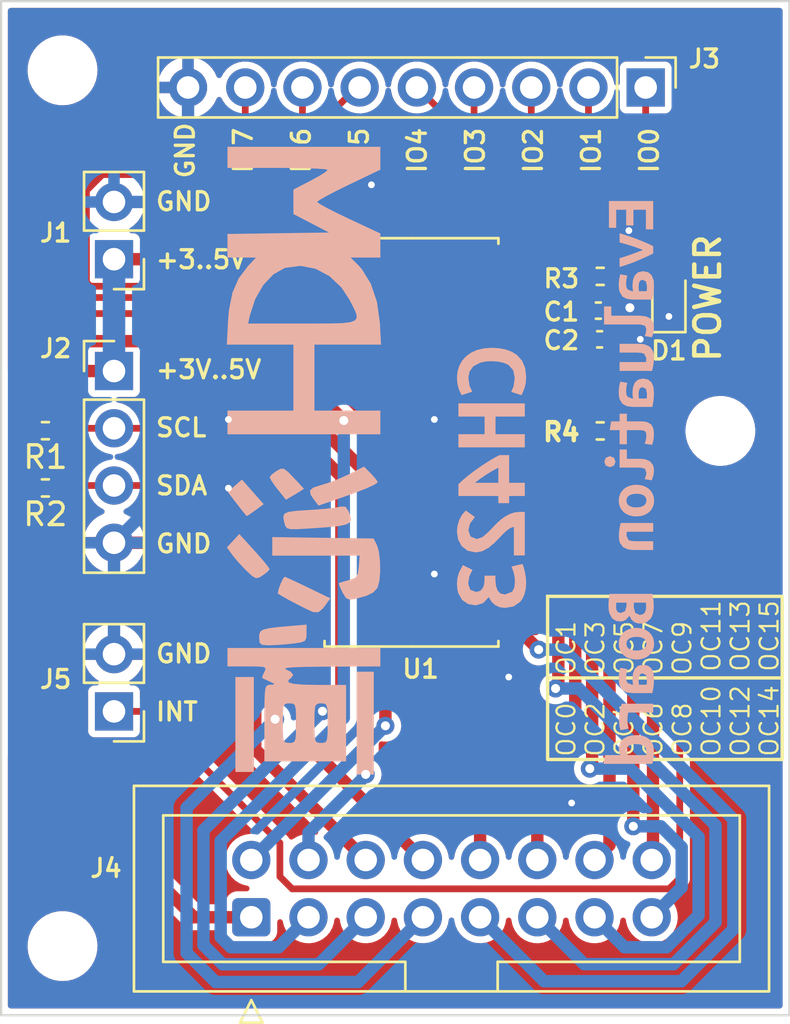
<source format=kicad_pcb>
(kicad_pcb (version 20211014) (generator pcbnew)
  (layers (0 "F.Cu" signal) (31 "B.Cu" signal) (34 "B.Paste" user) (35 "F.Paste" user) (36 "B.SilkS" user "B.Silkscreen") (37 "F.SilkS" user "F.Silkscreen") (38 "B.Mask" user) (39 "F.Mask" user) (44 "Edge.Cuts" user))
  (net 0 "")
  (net 1 "SCL")
  (net 2 "+3V3")
  (net 3 "SDA")
  (net 4 "Net-(D1-Pad2)")
  (net 5 "OC0")
  (net 6 "OC1")
  (net 7 "OC2")
  (net 8 "OC3")
  (net 9 "OC4")
  (net 10 "GNDD")
  (net 11 "OC5")
  (net 12 "OC6")
  (net 13 "OC7")
  (net 14 "OC8")
  (net 15 "OC9")
  (net 16 "OC10")
  (net 17 "OC11")
  (net 18 "OC12")
  (net 19 "OC13")
  (net 20 "OC14")
  (net 21 "OC15")
  (net 22 "Net-(J3-Pad1)")
  (net 23 "Net-(J3-Pad2)")
  (net 24 "Net-(J3-Pad3)")
  (net 25 "Net-(J3-Pad4)")
  (net 26 "Net-(J3-Pad5)")
  (net 27 "Net-(J3-Pad6)")
  (net 28 "Net-(J3-Pad7)")
  (net 29 "Net-(J3-Pad8)")
  (net 30 "Net-(J5-Pad1)")
  (footprint "Resistor_SMD:R_0402_1005Metric" (layer "F.Cu") (at 117.6 61.214 180)
    (fp_text reference "R3" (at 1.7252 -0.1016) (layer "F.SilkS") (effects (font (size 0.8 0.8))))
    (fp_text value "500")
    (pad "1" smd roundrect locked (at -0.51 0 180) (size 0.54 0.64) (layers "F.Cu" "F.Paste" "F.Mask") (net 4 "Net-(D1-Pad2)"))
    (pad "2" smd roundrect locked (at 0.51 0 180) (size 0.54 0.64) (layers "F.Cu" "F.Paste" "F.Mask") (net 2 "+3V3"))
  )
  (footprint "Connector_PinHeader_2.54mm:PinHeader_1x04_P2.54mm_Vertical" (layer "F.Cu") (at 96.012 65.415)
    (fp_text reference "J2" (at -2.5908 -1.0006) (layer "F.SilkS") (effects (font (size 0.8 0.8))))
    (fp_text value "Conn_01x04" hide)
    (pad "1" thru_hole rect locked (at 0 0) (size 1.7 1.7) (drill 1) (layers *.Cu *.Mask) (net 2 "+3V3"))
    (pad "2" thru_hole oval locked (at 0 2.54) (size 1.7 1.7) (drill 1) (layers *.Cu *.Mask) (net 1 "SCL"))
    (pad "3" thru_hole oval locked (at 0 5.08) (size 1.7 1.7) (drill 1) (layers *.Cu *.Mask) (net 3 "SDA"))
    (pad "4" thru_hole oval locked (at 0 7.62) (size 1.7 1.7) (drill 1) (layers *.Cu *.Mask) (net 10 "GNDD"))
  )
  (footprint "MountingHole:MountingHole_2.5mm" (layer "F.Cu") (at 93.726 90.932)
    (fp_text reference "H1" hide)
    (fp_text value "MountingHole" hide)
    (pad "" np_thru_hole circle locked (at 0 0) (size 2.5 2.5) (drill 2.5) (layers *.Cu *.Mask))
  )
  (footprint "MountingHole:MountingHole_2.5mm" (layer "F.Cu") (at 93.726 52.07)
    (fp_text reference "H2" hide)
    (fp_text value "MountingHole" hide)
    (pad "" np_thru_hole circle locked (at 0 0) (size 2.5 2.5) (drill 2.5) (layers *.Cu *.Mask))
  )
  (footprint "Capacitor_SMD:C_0402_1005Metric" (layer "F.Cu") (at 117.574 64.008)
    (fp_text reference "C2" (at -1.6992 0.0508) (layer "F.SilkS") (effects (font (size 0.8 0.8))))
    (fp_text value "1n")
    (pad "1" smd roundrect locked (at -0.48 0) (size 0.56 0.62) (layers "F.Cu" "F.Paste" "F.Mask") (net 2 "+3V3"))
    (pad "2" smd roundrect locked (at 0.48 0) (size 0.56 0.62) (layers "F.Cu" "F.Paste" "F.Mask") (net 10 "GNDD"))
  )
  (footprint "Connector_PinHeader_2.54mm:PinHeader_1x02_P2.54mm_Vertical" (layer "F.Cu") (at 96.012 80.518 180)
    (fp_text reference "J5" (at 2.5908 1.4224) (layer "F.SilkS") (effects (font (size 0.8 0.8))))
    (fp_text value "Conn_01x02" hide)
    (pad "1" thru_hole rect locked (at 0 0 180) (size 1.7 1.7) (drill 1) (layers *.Cu *.Mask) (net 30 "Net-(J5-Pad1)"))
    (pad "2" thru_hole oval locked (at 0 2.54 180) (size 1.7 1.7) (drill 1) (layers *.Cu *.Mask) (net 10 "GNDD"))
  )
  (footprint "Connector_PinHeader_2.54mm:PinHeader_1x02_P2.54mm_Vertical" (layer "F.Cu") (at 96.012 60.452 180)
    (fp_text reference "J1" (at 2.5908 1.1684) (layer "F.SilkS") (effects (font (size 0.8 0.8))))
    (fp_text value "Conn_01x02" hide)
    (pad "1" thru_hole rect locked (at 0 0 180) (size 1.7 1.7) (drill 1) (layers *.Cu *.Mask) (net 2 "+3V3"))
    (pad "2" thru_hole oval locked (at 0 2.54 180) (size 1.7 1.7) (drill 1) (layers *.Cu *.Mask) (net 10 "GNDD"))
  )
  (footprint "LED_SMD:LED_0603_1608Metric" (layer "F.Cu") (at 120.65 62.2045 90)
    (fp_text reference "D1" (at -2.3115 0 180) (layer "F.SilkS") (effects (font (size 0.8 0.8))))
    (fp_text value "POWER" (at 0.0253 1.7272 90) (layer "F.SilkS") (effects (font (size 1.1 1.1) (thickness 0.2))))
    (pad "1" smd roundrect locked (at -0.7875 0 90) (size 0.875 0.95) (layers "F.Cu" "F.Paste" "F.Mask") (net 10 "GNDD"))
    (pad "2" smd roundrect locked (at 0.7875 0 90) (size 0.875 0.95) (layers "F.Cu" "F.Paste" "F.Mask") (net 4 "Net-(D1-Pad2)"))
  )
  (footprint "Connector_IDC:IDC-Header_2x08_P2.54mm_Vertical" (layer "F.Cu") (at 102.108 89.6525 90)
    (fp_text reference "J4" (at 2.1749 -6.4516 180) (layer "F.SilkS") (effects (font (size 0.8 0.8))))
    (fp_text value "Conn_02x08_Odd_Even" hide)
    (pad "1" thru_hole roundrect locked (at 0 0 90) (size 1.7 1.7) (drill 1) (layers *.Cu *.Mask) (roundrect_rratio 0.1470588235) (net 5 "OC0"))
    (pad "2" thru_hole circle locked (at 2.54 0 90) (size 1.7 1.7) (drill 1) (layers *.Cu *.Mask) (net 6 "OC1"))
    (pad "3" thru_hole circle locked (at 0 2.54 90) (size 1.7 1.7) (drill 1) (layers *.Cu *.Mask) (net 7 "OC2"))
    (pad "4" thru_hole circle locked (at 2.54 2.54 90) (size 1.7 1.7) (drill 1) (layers *.Cu *.Mask) (net 8 "OC3"))
    (pad "5" thru_hole circle locked (at 0 5.08 90) (size 1.7 1.7) (drill 1) (layers *.Cu *.Mask) (net 9 "OC4"))
    (pad "6" thru_hole circle locked (at 2.54 5.08 90) (size 1.7 1.7) (drill 1) (layers *.Cu *.Mask) (net 11 "OC5"))
    (pad "7" thru_hole circle locked (at 0 7.62 90) (size 1.7 1.7) (drill 1) (layers *.Cu *.Mask) (net 12 "OC6"))
    (pad "8" thru_hole circle locked (at 2.54 7.62 90) (size 1.7 1.7) (drill 1) (layers *.Cu *.Mask) (net 13 "OC7"))
    (pad "9" thru_hole circle locked (at 0 10.16 90) (size 1.7 1.7) (drill 1) (layers *.Cu *.Mask) (net 14 "OC8"))
    (pad "10" thru_hole circle locked (at 2.54 10.16 90) (size 1.7 1.7) (drill 1) (layers *.Cu *.Mask) (net 15 "OC9"))
    (pad "11" thru_hole circle locked (at 0 12.7 90) (size 1.7 1.7) (drill 1) (layers *.Cu *.Mask) (net 16 "OC10"))
    (pad "12" thru_hole circle locked (at 2.54 12.7 90) (size 1.7 1.7) (drill 1) (layers *.Cu *.Mask) (net 17 "OC11"))
    (pad "13" thru_hole circle locked (at 0 15.24 90) (size 1.7 1.7) (drill 1) (layers *.Cu *.Mask) (net 18 "OC12"))
    (pad "14" thru_hole circle locked (at 2.54 15.24 90) (size 1.7 1.7) (drill 1) (layers *.Cu *.Mask) (net 19 "OC13"))
    (pad "15" thru_hole circle locked (at 0 17.78 90) (size 1.7 1.7) (drill 1) (layers *.Cu *.Mask) (net 20 "OC14"))
    (pad "16" thru_hole circle locked (at 2.54 17.78 90) (size 1.7 1.7) (drill 1) (layers *.Cu *.Mask) (net 21 "OC15"))
  )
  (footprint "MountingHole:MountingHole_2.5mm" (layer "F.Cu") (at 122.936 68.072)
    (fp_text reference "H3" hide)
    (fp_text value "MountingHole" hide)
    (pad "" np_thru_hole circle locked (at 0 0) (size 2.5 2.5) (drill 2.5) (layers *.Cu *.Mask))
  )
  (footprint "Resistor_SMD:R_0402_1005Metric" (layer "F.Cu") (at 92.966 68.062 180)
    (fp_text reference "R1" (at 0 -1.17) (layer "F.SilkS"))
    (fp_text value "4k7")
    (pad "1" smd roundrect locked (at -0.51 0 180) (size 0.54 0.64) (layers "F.Cu" "F.Paste" "F.Mask") (net 1 "SCL"))
    (pad "2" smd roundrect locked (at 0.51 0 180) (size 0.54 0.64) (layers "F.Cu" "F.Paste" "F.Mask") (net 2 "+3V3"))
  )
  (footprint "Connector_PinHeader_2.54mm:PinHeader_1x09_P2.54mm_Vertical" (layer "F.Cu") (at 119.619 52.832 -90)
    (fp_text reference "J3" (at -1.27 -2.6058) (layer "F.SilkS") (effects (font (size 0.8 0.8))))
    (fp_text value "Conn_01x09_Male" hide)
    (pad "1" thru_hole rect locked (at 0 0 270) (size 1.7 1.7) (drill 1) (layers *.Cu *.Mask) (net 22 "Net-(J3-Pad1)"))
    (pad "2" thru_hole oval locked (at 0 2.54 270) (size 1.7 1.7) (drill 1) (layers *.Cu *.Mask) (net 23 "Net-(J3-Pad2)"))
    (pad "3" thru_hole oval locked (at 0 5.08 270) (size 1.7 1.7) (drill 1) (layers *.Cu *.Mask) (net 24 "Net-(J3-Pad3)"))
    (pad "4" thru_hole oval locked (at 0 7.62 270) (size 1.7 1.7) (drill 1) (layers *.Cu *.Mask) (net 25 "Net-(J3-Pad4)"))
    (pad "5" thru_hole oval locked (at 0 10.16 270) (size 1.7 1.7) (drill 1) (layers *.Cu *.Mask) (net 26 "Net-(J3-Pad5)"))
    (pad "6" thru_hole oval locked (at 0 12.7 270) (size 1.7 1.7) (drill 1) (layers *.Cu *.Mask) (net 27 "Net-(J3-Pad6)"))
    (pad "7" thru_hole oval locked (at 0 15.24 270) (size 1.7 1.7) (drill 1) (layers *.Cu *.Mask) (net 28 "Net-(J3-Pad7)"))
    (pad "8" thru_hole oval locked (at 0 17.78 270) (size 1.7 1.7) (drill 1) (layers *.Cu *.Mask) (net 29 "Net-(J3-Pad8)"))
    (pad "9" thru_hole oval locked (at 0 20.32 270) (size 1.7 1.7) (drill 1) (layers *.Cu *.Mask) (net 10 "GNDD"))
  )
  (footprint "Resistor_SMD:R_0402_1005Metric" (layer "F.Cu") (at 92.964 70.602 180)
    (fp_text reference "R2" (at 0 -1.17) (layer "F.SilkS"))
    (fp_text value "4k7")
    (pad "1" smd roundrect locked (at -0.51 0 180) (size 0.54 0.64) (layers "F.Cu" "F.Paste" "F.Mask") (net 3 "SDA"))
    (pad "2" smd roundrect locked (at 0.51 0 180) (size 0.54 0.64) (layers "F.Cu" "F.Paste" "F.Mask") (net 2 "+3V3"))
  )
  (footprint "Package_SO:SOIC-28W_7.5x17.9mm_P1.27mm" (layer "F.Cu") (at 109.22 68.58)
    (fp_text reference "U1" (at 0.4064 10.0584) (layer "F.SilkS") (effects (font (size 0.8 0.8))))
    (fp_text value "CH423")
    (pad "1" smd roundrect locked (at -4.65 -8.255) (size 2.05 0.6) (layers "F.Cu" "F.Paste" "F.Mask") (net 27 "Net-(J3-Pad6)"))
    (pad "2" smd roundrect locked (at -4.65 -6.985) (size 2.05 0.6) (layers "F.Cu" "F.Paste" "F.Mask") (net 28 "Net-(J3-Pad7)"))
    (pad "3" smd roundrect locked (at -4.65 -5.715) (size 2.05 0.6) (layers "F.Cu" "F.Paste" "F.Mask") (net 29 "Net-(J3-Pad8)"))
    (pad "4" smd roundrect locked (at -4.65 -4.445) (size 2.05 0.6) (layers "F.Cu" "F.Paste" "F.Mask") (net 5 "OC0"))
    (pad "5" smd roundrect locked (at -4.65 -3.175) (size 2.05 0.6) (layers "F.Cu" "F.Paste" "F.Mask") (net 6 "OC1"))
    (pad "6" smd roundrect locked (at -4.65 -1.905) (size 2.05 0.6) (layers "F.Cu" "F.Paste" "F.Mask") (net 7 "OC2"))
    (pad "7" smd roundrect locked (at -4.65 -0.635) (size 2.05 0.6) (layers "F.Cu" "F.Paste" "F.Mask") (net 8 "OC3"))
    (pad "8" smd roundrect locked (at -4.65 0.635) (size 2.05 0.6) (layers "F.Cu" "F.Paste" "F.Mask") (net 9 "OC4"))
    (pad "9" smd roundrect locked (at -4.65 1.905) (size 2.05 0.6) (layers "F.Cu" "F.Paste" "F.Mask") (net 1 "SCL"))
    (pad "10" smd roundrect locked (at -4.65 3.175) (size 2.05 0.6) (layers "F.Cu" "F.Paste" "F.Mask") (net 3 "SDA"))
    (pad "11" smd roundrect locked (at -4.65 4.445) (size 2.05 0.6) (layers "F.Cu" "F.Paste" "F.Mask") (net 10 "GNDD"))
    (pad "12" smd roundrect locked (at -4.65 5.715) (size 2.05 0.6) (layers "F.Cu" "F.Paste" "F.Mask") (net 11 "OC5"))
    (pad "13" smd roundrect locked (at -4.65 6.985) (size 2.05 0.6) (layers "F.Cu" "F.Paste" "F.Mask") (net 12 "OC6"))
    (pad "14" smd roundrect locked (at -4.65 8.255) (size 2.05 0.6) (layers "F.Cu" "F.Paste" "F.Mask") (net 13 "OC7"))
    (pad "15" smd roundrect locked (at 4.65 8.255) (size 2.05 0.6) (layers "F.Cu" "F.Paste" "F.Mask") (net 14 "OC8"))
    (pad "16" smd roundrect locked (at 4.65 6.985) (size 2.05 0.6) (layers "F.Cu" "F.Paste" "F.Mask") (net 15 "OC9"))
    (pad "17" smd roundrect locked (at 4.65 5.715) (size 2.05 0.6) (layers "F.Cu" "F.Paste" "F.Mask") (net 16 "OC10"))
    (pad "18" smd roundrect locked (at 4.65 4.445) (size 2.05 0.6) (layers "F.Cu" "F.Paste" "F.Mask") (net 17 "OC11"))
    (pad "19" smd roundrect locked (at 4.65 3.175) (size 2.05 0.6) (layers "F.Cu" "F.Paste" "F.Mask") (net 18 "OC12"))
    (pad "20" smd roundrect locked (at 4.65 1.905) (size 2.05 0.6) (layers "F.Cu" "F.Paste" "F.Mask") (net 19 "OC13"))
    (pad "21" smd roundrect locked (at 4.65 0.635) (size 2.05 0.6) (layers "F.Cu" "F.Paste" "F.Mask") (net 20 "OC14"))
    (pad "22" smd roundrect locked (at 4.65 -0.635) (size 2.05 0.6) (layers "F.Cu" "F.Paste" "F.Mask") (net 21 "OC15"))
    (pad "23" smd roundrect locked (at 4.65 -1.905) (size 2.05 0.6) (layers "F.Cu" "F.Paste" "F.Mask") (net 22 "Net-(J3-Pad1)"))
    (pad "24" smd roundrect locked (at 4.65 -3.175) (size 2.05 0.6) (layers "F.Cu" "F.Paste" "F.Mask") (net 23 "Net-(J3-Pad2)"))
    (pad "25" smd roundrect locked (at 4.65 -4.445) (size 2.05 0.6) (layers "F.Cu" "F.Paste" "F.Mask") (net 2 "+3V3"))
    (pad "26" smd roundrect locked (at 4.65 -5.715) (size 2.05 0.6) (layers "F.Cu" "F.Paste" "F.Mask") (net 24 "Net-(J3-Pad3)"))
    (pad "27" smd roundrect locked (at 4.65 -6.985) (size 2.05 0.6) (layers "F.Cu" "F.Paste" "F.Mask") (net 25 "Net-(J3-Pad4)"))
    (pad "28" smd roundrect locked (at 4.65 -8.255) (size 2.05 0.6) (layers "F.Cu" "F.Paste" "F.Mask") (net 26 "Net-(J3-Pad5)"))
  )
  (footprint "Resistor_SMD:R_0402_1005Metric" (layer "F.Cu") (at 117.6 68.072)
    (fp_text reference "R4" (at -1.7252 0.0508) (layer "F.SilkS") (effects (font (size 0.8 0.8) (thickness 0.2))))
    (fp_text value "500")
    (pad "1" smd roundrect locked (at -0.51 0) (size 0.54 0.64) (layers "F.Cu" "F.Paste" "F.Mask") (net 21 "OC15"))
    (pad "2" smd roundrect locked (at 0.51 0) (size 0.54 0.64) (layers "F.Cu" "F.Paste" "F.Mask") (net 30 "Net-(J5-Pad1)"))
  )
  (footprint "Capacitor_SMD:C_0402_1005Metric" (layer "F.Cu") (at 117.518 62.734)
    (fp_text reference "C1" (at -1.6432 0.0548) (layer "F.SilkS") (effects (font (size 0.8 0.8))))
    (fp_text value "100n")
    (pad "1" smd roundrect locked (at -0.48 0) (size 0.56 0.62) (layers "F.Cu" "F.Paste" "F.Mask") (net 2 "+3V3"))
    (pad "2" smd roundrect locked (at 0.48 0) (size 0.56 0.62) (layers "F.Cu" "F.Paste" "F.Mask") (net 10 "GNDD"))
  )
  (footprint "kibuzzard-61E6D3CC" (layer "B.Cu") (at 112.776 70.1548 -90)
    (fp_text reference "kibuzzard-61E6D3CC" hide)
    (fp_text value "G***" hide)
  )
  (footprint "CH423_ev:logo_WCH_28x7" (layer "B.Cu") (at 104.4448 69.3928 -90)
    (fp_text reference "G***" hide)
    (fp_text value "LOGO" hide)
  )
  (footprint "kibuzzard-61E6D455" (layer "B.Cu") (at 118.872 70.358 -90)
    (fp_text reference "kibuzzard-61E6D455" hide)
    (fp_text value "G***" hide)
  )
  (gr_line (start 125.6792 79.0321) (end 115.2652 79.0321) (layer "F.SilkS") (width 0.15))
  (gr_rect (start 125.6792 75.4126) (end 115.2652 82.6516) (layer "F.SilkS") (width 0.15) (fill none))
  (gr_rect (start 91 49) (end 126 94) (layer "Edge.Cuts") (width 0.1) (fill none))
  (gr_text "OC0  OC1\nOC2	 OC3\nOC4	 OC5\nOC6	 OC7\nOC8	 OC9\nOC10 OC11\nOC12 OC13\nOC14 OC15" (at 120.5992 82.5881 90) (layer "F.SilkS") (effects (font (size 0.8 0.8) (thickness 0.1)) (justify left)))
  (gr_text "GND\n\nINT" (at 97.79 79.248) (layer "F.SilkS") (effects (font (size 0.8 0.8)) (justify left)))
  (gr_text "GND\n\n+3..5V" (at 97.79 59.182) (layer "F.SilkS") (effects (font (size 0.8 0.8)) (justify left)))
  (gr_text "+3V..5V\n\nSCL\n\nSDA\n\nGND" (at 97.79 69.215) (layer "F.SilkS") (effects (font (size 0.8 0.8)) (justify left)))
  (gr_text "GND\n\nIO7\n\nIO6\n\nIO5\n\nIO4\n\nIO3\n\nIO2\n\nIO1\n\nIO0\n" (at 109.474 55.626 90) (layer "F.SilkS") (effects (font (size 0.8 0.8))))
  (segment (start 93.476 68.062) (end 94.7047 68.062) (width 0.3) (layer "F.Cu") (net 1))
  (segment (start 99.705 67.955) (end 96.012 67.955) (width 0.3) (layer "F.Cu") (net 1))
  (segment (start 96.012 67.955) (end 94.8117 67.955) (width 0.3) (layer "F.Cu") (net 1))
  (segment (start 102.235 70.485) (end 99.705 67.955) (width 0.3) (layer "F.Cu") (net 1))
  (segment (start 104.57 70.485) (end 102.235 70.485) (width 0.3) (layer "F.Cu") (net 1))
  (segment (start 94.7047 68.062) (end 94.8117 67.955) (width 0.3) (layer "F.Cu") (net 1))
  (segment (start 117.038 62.734) (end 117.038 63.952) (width 0.55) (layer "F.Cu") (net 2))
  (segment (start 117.038 61.266) (end 117.038 62.734) (width 0.55) (layer "F.Cu") (net 2))
  (segment (start 117.09 61.214) (end 117.038 61.266) (width 0.55) (layer "F.Cu") (net 2))
  (segment (start 106.2145 59.541) (end 98.2483 59.541) (width 0.55) (layer "F.Cu") (net 2))
  (segment (start 116.855 64.135) (end 113.87 64.135) (width 0.55) (layer "F.Cu") (net 2))
  (segment (start 113.87 64.135) (end 110.8085 64.135) (width 0.55) (layer "F.Cu") (net 2))
  (segment (start 92.454 68.064) (end 92.456 68.062) (width 0.55) (layer "F.Cu") (net 2))
  (segment (start 92.456 66.548) (end 92.456 68.062) (width 0.55) (layer "F.Cu") (net 2))
  (segment (start 117.038 63.952) (end 117.094 64.008) (width 0.55) (layer "F.Cu") (net 2))
  (segment (start 92.454 70.602) (end 92.454 68.064) (width 0.55) (layer "F.Cu") (net 2))
  (segment (start 96.012 60.452) (end 97.3373 60.452) (width 0.55) (layer "F.Cu") (net 2))
  (segment (start 110.8085 64.135) (end 106.2145 59.541) (width 0.55) (layer "F.Cu") (net 2))
  (segment (start 96.012 65.415) (end 93.589 65.415) (width 0.55) (layer "F.Cu") (net 2))
  (segment (start 93.589 65.415) (end 92.456 66.548) (width 0.55) (layer "F.Cu") (net 2))
  (segment (start 117.038 63.952) (end 116.855 64.135) (width 0.55) (layer "F.Cu") (net 2))
  (segment (start 98.2483 59.541) (end 97.3373 60.452) (width 0.55) (layer "F.Cu") (net 2))
  (segment (start 96.012 65.415) (end 96.012 60.452) (width 1) (layer "B.Cu") (net 2))
  (segment (start 104.57 71.755) (end 98.4723 71.755) (width 0.3) (layer "F.Cu") (net 3))
  (segment (start 93.474 70.602) (end 94.7047 70.602) (width 0.3) (layer "F.Cu") (net 3))
  (segment (start 94.7047 70.602) (end 94.8117 70.495) (width 0.3) (layer "F.Cu") (net 3))
  (segment (start 96.012 70.495) (end 94.8117 70.495) (width 0.3) (layer "F.Cu") (net 3))
  (segment (start 98.4723 71.755) (end 97.2123 70.495) (width 0.3) (layer "F.Cu") (net 3))
  (segment (start 96.012 70.495) (end 97.2123 70.495) (width 0.3) (layer "F.Cu") (net 3))
  (segment (start 118.313 61.417) (end 118.11 61.214) (width 0.3) (layer "F.Cu") (net 4))
  (segment (start 120.65 61.417) (end 118.313 61.417) (width 0.3) (layer "F.Cu") (net 4))
  (segment (start 104.57 64.135) (end 104.5246 64.0896) (width 0.55) (layer "F.Cu") (net 5))
  (segment (start 99.5585 89.6525) (end 102.108 89.6525) (width 0.55) (layer "F.Cu") (net 5))
  (segment (start 91.6837 81.7777) (end 99.5585 89.6525) (width 0.55) (layer "F.Cu") (net 5))
  (segment (start 93.6444 64.0896) (end 91.6837 66.0503) (width 0.55) (layer "F.Cu") (net 5))
  (segment (start 104.5246 64.0896) (end 93.6444 64.0896) (width 0.55) (layer "F.Cu") (net 5))
  (segment (start 91.6837 66.0503) (end 91.6837 81.7777) (width 0.55) (layer "F.Cu") (net 5))
  (segment (start 108.0628 81.1577) (end 108.0628 68.1959) (width 0.55) (layer "F.Cu") (net 6))
  (segment (start 108.0628 68.1959) (end 105.2719 65.405) (width 0.55) (layer "F.Cu") (net 6))
  (segment (start 105.2719 65.405) (end 104.57 65.405) (width 0.55) (layer "F.Cu") (net 6))
  (via (at 108.0628 81.1577) (size 0.8) (drill 0.4) (layers "F.Cu" "B.Cu") (net 6))
  (segment (start 102.108 87.1125) (end 108.0628 81.1577) (width 0.55) (layer "B.Cu") (net 6))
  (segment (start 105.28 66.675) (end 106.2153 67.6103) (width 0.55) (layer "F.Cu") (net 7))
  (segment (start 104.57 66.675) (end 105.28 66.675) (width 0.55) (layer "F.Cu") (net 7))
  (via (at 106.2153 67.6103) (size 0.8) (drill 0.4) (layers "F.Cu" "B.Cu") (net 7))
  (segment (start 106.2153 80.8012) (end 106.2153 67.6103) (width 0.55) (layer "B.Cu") (net 7))
  (segment (start 100.7498 86.2667) (end 106.2153 80.8012) (width 0.55) (layer "B.Cu") (net 7))
  (segment (start 101.1997 90.9844) (end 100.7498 90.5345) (width 0.55) (layer "B.Cu") (net 7))
  (segment (start 104.648 89.6525) (end 103.3161 90.9844) (width 0.55) (layer "B.Cu") (net 7))
  (segment (start 103.3161 90.9844) (end 101.1997 90.9844) (width 0.55) (layer "B.Cu") (net 7))
  (segment (start 100.7498 90.5345) (end 100.7498 86.2667) (width 0.55) (layer "B.Cu") (net 7))
  (segment (start 105.2106 67.945) (end 104.57 67.945) (width 0.55) (layer "F.Cu") (net 8))
  (segment (start 107.1875 69.9219) (end 105.2106 67.945) (width 0.55) (layer "F.Cu") (net 8))
  (segment (start 107.1875 83.314) (end 107.1875 69.9219) (width 0.55) (layer "F.Cu") (net 8))
  (via (at 107.1875 83.314) (size 0.8) (drill 0.4) (layers "F.Cu" "B.Cu") (net 8))
  (segment (start 104.648 87.1125) (end 104.648 85.9028) (width 0.55) (layer "B.Cu") (net 8))
  (segment (start 107.1875 83.3633) (end 107.1875 83.314) (width 0.55) (layer "B.Cu") (net 8))
  (segment (start 104.648 85.9028) (end 107.1875 83.3633) (width 0.55) (layer "B.Cu") (net 8))
  (segment (start 106.1074 79.6712) (end 105.2682 80.5104) (width 0.55) (layer "F.Cu") (net 9))
  (segment (start 106.1074 70.1022) (end 106.1074 79.6712) (width 0.55) (layer "F.Cu") (net 9))
  (segment (start 104.57 69.215) (end 105.2202 69.215) (width 0.55) (layer "F.Cu") (net 9))
  (segment (start 105.2202 69.215) (end 106.1074 70.1022) (width 0.55) (layer "F.Cu") (net 9))
  (via (at 105.2682 80.5104) (size 0.8) (drill 0.4) (layers "F.Cu" "B.Cu") (net 9))
  (segment (start 99.9842 85.7944) (end 105.2682 80.5104) (width 0.55) (layer "B.Cu") (net 9))
  (segment (start 100.8353 91.7409) (end 99.9842 90.8898) (width 0.55) (layer "B.Cu") (net 9))
  (segment (start 107.188 89.6525) (end 105.0996 91.7409) (width 0.55) (layer "B.Cu") (net 9))
  (segment (start 105.0996 91.7409) (end 100.8353 91.7409) (width 0.55) (layer "B.Cu") (net 9))
  (segment (start 99.9842 90.8898) (end 99.9842 85.7944) (width 0.55) (layer "B.Cu") (net 9))
  (segment (start 118.054 62.79) (end 118.9177 62.79) (width 0.55) (layer "F.Cu") (net 10))
  (segment (start 120.448 62.79) (end 120.65 62.992) (width 0.55) (layer "F.Cu") (net 10))
  (segment (start 97.3473 73.025) (end 97.3373 73.035) (width 0.55) (layer "F.Cu") (net 10))
  (segment (start 104.57 73.025) (end 97.3473 73.025) (width 0.55) (layer "F.Cu") (net 10))
  (segment (start 96.012 73.035) (end 97.3373 73.035) (width 0.55) (layer "F.Cu") (net 10))
  (segment (start 118.9177 62.79) (end 120.448 62.79) (width 0.55) (layer "F.Cu") (net 10))
  (segment (start 118.9177 62.79) (end 118.9177 62.6046) (width 0.55) (layer "F.Cu") (net 10))
  (segment (start 117.998 62.734) (end 118.054 62.79) (width 0.55) (layer "F.Cu") (net 10))
  (segment (start 118.054 62.79) (end 118.054 64.008) (width 0.55) (layer "F.Cu") (net 10))
  (via (at 116.332 84.582) (size 0.6) (drill 0.3) (layers "F.Cu" "B.Cu") (net 10))
  (via (at 110.236 67.564) (size 0.6) (drill 0.3) (layers "F.Cu" "B.Cu") (net 10))
  (via (at 120.65 62.992) (size 0.6) (drill 0.3) (layers "F.Cu" "B.Cu") (net 10))
  (via (at 101.092 70.612) (size 0.6) (drill 0.3) (layers "F.Cu" "B.Cu") (net 10))
  (via (at 118.9177 62.6046) (size 0.8) (drill 0.4) (layers "F.Cu" "B.Cu") (net 10))
  (via (at 118.872 59.182) (size 0.6) (drill 0.3) (layers "F.Cu" "B.Cu") (net 10))
  (via (at 110.236 74.422) (size 0.6) (drill 0.3) (layers "F.Cu" "B.Cu") (net 10))
  (via (at 119.38 64.008) (size 0.6) (drill 0.3) (layers "F.Cu" "B.Cu") (net 10))
  (via (at 101.092 67.564) (size 0.6) (drill 0.3) (layers "F.Cu" "B.Cu") (net 10))
  (via (at 107.442 57.15) (size 0.6) (drill 0.3) (layers "F.Cu" "B.Cu") (net 10))
  (via (at 113.538 78.994) (size 0.6) (drill 0.3) (layers "F.Cu" "B.Cu") (net 10))
  (segment (start 96.012 73.035) (end 96.012 77.978) (width 0.55) (layer "B.Cu") (net 10))
  (segment (start 118.9177 62.6046) (end 99.314 62.6046) (width 0.55) (layer "B.Cu") (net 10))
  (segment (start 99.299 69.748) (end 96.012 73.035) (width 0.55) (layer "B.Cu") (net 10))
  (segment (start 98.9121 57.912) (end 96.012 57.912) (width 0.55) (layer "B.Cu") (net 10))
  (segment (start 99.299 52.832) (end 99.299 69.748) (width 0.55) (layer "B.Cu") (net 10))
  (segment (start 104.57 74.295) (end 103.9133 74.295) (width 0.55) (layer "F.Cu") (net 11))
  (segment (start 103.9133 74.295) (end 102.2839 75.9244) (width 0.55) (layer "F.Cu") (net 11))
  (segment (start 102.2839 75.9244) (end 102.2839 82.2084) (width 0.55) (layer "F.Cu") (net 11))
  (segment (start 102.2839 82.2084) (end 107.188 87.1125) (width 0.55) (layer "F.Cu") (net 11))
  (segment (start 103.0691 76.411) (end 103.0691 80.7696) (width 0.55) (layer "F.Cu") (net 12))
  (segment (start 103.0691 80.7696) (end 103.1645 80.865) (width 0.55) (layer "F.Cu") (net 12))
  (segment (start 104.57 75.565) (end 103.9151 75.565) (width 0.55) (layer "F.Cu") (net 12))
  (segment (start 103.9151 75.565) (end 103.0691 76.411) (width 0.55) (layer "F.Cu") (net 12))
  (via (at 103.1645 80.865) (size 0.8) (drill 0.4) (layers "F.Cu" "B.Cu") (net 12))
  (segment (start 103.1645 80.865) (end 99.2338 84.7957) (width 0.55) (layer "B.Cu") (net 12))
  (segment (start 99.2338 84.7957) (end 99.2338 91.236) (width 0.55) (layer "B.Cu") (net 12))
  (segment (start 99.2338 91.236) (end 100.5227 92.5249) (width 0.55) (layer "B.Cu") (net 12))
  (segment (start 100.5227 92.5249) (end 106.8556 92.5249) (width 0.55) (layer "B.Cu") (net 12))
  (segment (start 106.8556 92.5249) (end 109.728 89.6525) (width 0.55) (layer "B.Cu") (net 12))
  (segment (start 104.3665 77.0385) (end 104.3665 81.751) (width 0.55) (layer "F.Cu") (net 13))
  (segment (start 104.57 76.835) (end 104.3665 77.0385) (width 0.55) (layer "F.Cu") (net 13))
  (segment (start 104.3665 81.751) (end 109.728 87.1125) (width 0.55) (layer "F.Cu") (net 13))
  (segment (start 113.9248 76.835) (end 114.8666 77.7768) (width 0.55) (layer "F.Cu") (net 14))
  (segment (start 113.87 76.835) (end 113.9248 76.835) (width 0.55) (layer "F.Cu") (net 14))
  (via (at 114.8666 77.7768) (size 0.8) (drill 0.4) (layers "F.Cu" "B.Cu") (net 14))
  (segment (start 115.1073 92.4918) (end 112.268 89.6525) (width 0.55) (layer "B.Cu") (net 14))
  (segment (start 121.2035 92.4918) (end 115.1073 92.4918) (width 0.55) (layer "B.Cu") (net 14))
  (segment (start 115.9854 77.7768) (end 123.5128 85.3042) (width 0.55) (layer "B.Cu") (net 14))
  (segment (start 114.8666 77.7768) (end 115.9854 77.7768) (width 0.55) (layer "B.Cu") (net 14))
  (segment (start 123.5128 85.3042) (end 123.5128 90.1825) (width 0.55) (layer "B.Cu") (net 14))
  (segment (start 123.5128 90.1825) (end 121.2035 92.4918) (width 0.55) (layer "B.Cu") (net 14))
  (segment (start 113.87 75.565) (end 112.5982 75.565) (width 0.55) (layer "F.Cu") (net 15))
  (segment (start 112.268 75.8952) (end 112.268 87.1125) (width 0.55) (layer "F.Cu") (net 15))
  (segment (start 112.5982 75.565) (end 112.268 75.8952) (width 0.55) (layer "F.Cu") (net 15))
  (segment (start 115.6177 79.502) (end 115.7419 79.3778) (width 0.55) (layer "F.Cu") (net 16))
  (segment (start 115.7419 74.6955) (end 115.3414 74.295) (width 0.55) (layer "F.Cu") (net 16))
  (segment (start 115.3414 74.295) (end 113.87 74.295) (width 0.55) (layer "F.Cu") (net 16))
  (segment (start 115.7419 79.3778) (end 115.7419 74.6955) (width 0.55) (layer "F.Cu") (net 16))
  (via (at 115.6177 79.502) (size 0.8) (drill 0.4) (layers "F.Cu" "B.Cu") (net 16))
  (segment (start 120.8585 91.7341) (end 116.8896 91.7341) (width 0.55) (layer "B.Cu") (net 16))
  (segment (start 116.8896 91.7341) (end 114.808 89.6525) (width 0.55) (layer "B.Cu") (net 16))
  (segment (start 122.719 89.8736) (end 120.8585 91.7341) (width 0.55) (layer "B.Cu") (net 16))
  (segment (start 115.6177 79.502) (end 116.6493 79.502) (width 0.55) (layer "B.Cu") (net 16))
  (segment (start 116.6493 79.502) (end 122.719 85.5717) (width 0.55) (layer "B.Cu") (net 16))
  (segment (start 122.719 85.5717) (end 122.719 89.8736) (width 0.55) (layer "B.Cu") (net 16))
  (segment (start 116.4922 81.8818) (end 116.4922 74.125) (width 0.55) (layer "F.Cu") (net 17))
  (segment (start 114.808 83.566) (end 116.4922 81.8818) (width 0.55) (layer "F.Cu") (net 17))
  (segment (start 114.808 87.1125) (end 114.808 83.566) (width 0.55) (layer "F.Cu") (net 17))
  (segment (start 115.3922 73.025) (end 113.87 73.025) (width 0.55) (layer "F.Cu") (net 17))
  (segment (start 116.4922 74.125) (end 115.3922 73.025) (width 0.55) (layer "F.Cu") (net 17))
  (segment (start 117.1379 83.058) (end 117.2425 82.9534) (width 0.55) (layer "F.Cu") (net 18))
  (segment (start 115.697 71.755) (end 113.87 71.755) (width 0.55) (layer "F.Cu") (net 18))
  (segment (start 117.2425 82.9534) (end 117.2425 73.3005) (width 0.55) (layer "F.Cu") (net 18))
  (segment (start 117.2425 73.3005) (end 115.697 71.755) (width 0.55) (layer "F.Cu") (net 18))
  (via (at 117.1379 83.058) (size 0.8) (drill 0.4) (layers "F.Cu" "B.Cu") (net 18))
  (segment (start 118.6792 90.9837) (end 117.348 89.6525) (width 0.55) (layer "B.Cu") (net 18))
  (segment (start 121.9686 86.0898) (end 121.9686 89.5627) (width 0.55) (layer "B.Cu") (net 18))
  (segment (start 120.5476 90.9837) (end 118.6792 90.9837) (width 0.55) (layer "B.Cu") (net 18))
  (segment (start 117.1379 83.058) (end 118.9368 83.058) (width 0.55) (layer "B.Cu") (net 18))
  (segment (start 118.9368 83.058) (end 121.9686 86.0898) (width 0.55) (layer "B.Cu") (net 18))
  (segment (start 121.9686 89.5627) (end 120.5476 90.9837) (width 0.55) (layer "B.Cu") (net 18))
  (segment (start 118.0124 72.648) (end 118.0124 86.4481) (width 0.55) (layer "F.Cu") (net 19))
  (segment (start 118.0124 86.4481) (end 117.348 87.1125) (width 0.55) (layer "F.Cu") (net 19))
  (segment (start 115.8494 70.485) (end 118.0124 72.648) (width 0.55) (layer "F.Cu") (net 19))
  (segment (start 113.87 70.485) (end 115.8494 70.485) (width 0.55) (layer "F.Cu") (net 19))
  (segment (start 115.951 69.215) (end 119.0691 72.3331) (width 0.55) (layer "F.Cu") (net 20))
  (segment (start 113.87 69.215) (end 115.951 69.215) (width 0.55) (layer "F.Cu") (net 20))
  (segment (start 119.0691 72.3331) (end 119.0691 85.6172) (width 0.55) (layer "F.Cu") (net 20))
  (via (at 119.0691 85.6172) (size 0.8) (drill 0.4) (layers "F.Cu" "B.Cu") (net 20))
  (segment (start 120.293 85.6172) (end 119.0691 85.6172) (width 0.55) (layer "B.Cu") (net 20))
  (segment (start 121.2182 88.3223) (end 121.2182 86.5424) (width 0.55) (layer "B.Cu") (net 20))
  (segment (start 121.2182 86.5424) (end 120.293 85.6172) (width 0.55) (layer "B.Cu") (net 20))
  (segment (start 119.888 89.6525) (end 121.2182 88.3223) (width 0.55) (layer "B.Cu") (net 20))
  (segment (start 117.09 68.806) (end 117.09 68.072) (width 0.55) (layer "F.Cu") (net 21))
  (segment (start 119.888 87.1125) (end 119.9452 87.0553) (width 0.55) (layer "F.Cu") (net 21))
  (segment (start 119.9452 71.6612) (end 117.09 68.806) (width 0.55) (layer "F.Cu") (net 21))
  (segment (start 116.963 67.945) (end 117.09 68.072) (width 0.55) (layer "F.Cu") (net 21))
  (segment (start 113.87 67.945) (end 116.963 67.945) (width 0.55) (layer "F.Cu") (net 21))
  (segment (start 119.9452 87.0553) (end 119.9452 71.6612) (width 0.55) (layer "F.Cu") (net 21))
  (segment (start 122.025 58.1694) (end 119.619 55.7634) (width 0.3) (layer "F.Cu") (net 22))
  (segment (start 118.9589 66.675) (end 122.025 63.6089) (width 0.3) (layer "F.Cu") (net 22))
  (segment (start 122.025 63.6089) (end 122.025 58.1694) (width 0.3) (layer "F.Cu") (net 22))
  (segment (start 119.619 55.7634) (end 119.619 52.832) (width 0.3) (layer "F.Cu") (net 22))
  (segment (start 113.87 66.675) (end 118.9589 66.675) (width 0.3) (layer "F.Cu") (net 22))
  (segment (start 113.87 65.405) (end 119.5212 65.405) (width 0.3) (layer "F.Cu") (net 23))
  (segment (start 119.5212 65.405) (end 121.5004 63.4258) (width 0.3) (layer "F.Cu") (net 23))
  (segment (start 121.5004 63.4258) (end 121.5004 58.4537) (width 0.3) (layer "F.Cu") (net 23))
  (segment (start 117.079 52.832) (end 117.079 54.0323) (width 0.3) (layer "F.Cu") (net 23))
  (segment (start 121.5004 58.4537) (end 117.079 54.0323) (width 0.3) (layer "F.Cu") (net 23))
  (segment (start 115.7949 62.1067) (end 115.7949 56.9685) (width 0.3) (layer "F.Cu") (net 24))
  (segment (start 115.0366 62.865) (end 115.7949 62.1067) (width 0.3) (layer "F.Cu") (net 24))
  (segment (start 113.87 62.865) (end 115.0366 62.865) (width 0.3) (layer "F.Cu") (net 24))
  (segment (start 114.539 55.7126) (end 114.539 52.832) (width 0.3) (layer "F.Cu") (net 24))
  (segment (start 115.7949 56.9685) (end 114.539 55.7126) (width 0.3) (layer "F.Cu") (net 24))
  (segment (start 115.2643 61.1133) (end 115.2643 57.2976) (width 0.3) (layer "F.Cu") (net 25))
  (segment (start 113.87 61.595) (end 114.7826 61.595) (width 0.3) (layer "F.Cu") (net 25))
  (segment (start 114.7826 61.595) (end 115.2643 61.1133) (width 0.3) (layer "F.Cu") (net 25))
  (segment (start 111.999 54.0323) (end 111.999 52.832) (width 0.3) (layer "F.Cu") (net 25))
  (segment (start 115.2643 57.2976) (end 111.999 54.0323) (width 0.3) (layer "F.Cu") (net 25))
  (segment (start 109.474 52.832) (end 109.459 52.832) (width 0.3) (layer "F.Cu") (net 26))
  (segment (start 113.87 60.325) (end 113.87 57.228) (width 0.3) (layer "F.Cu") (net 26))
  (segment (start 113.87 57.228) (end 109.474 52.832) (width 0.3) (layer "F.Cu") (net 26))
  (segment (start 102.9168 56.6968) (end 106.7816 52.832) (width 0.3) (layer "F.Cu") (net 27))
  (segment (start 106.7816 52.832) (end 106.919 52.832) (width 0.3) (layer "F.Cu") (net 27))
  (segment (start 99.2562 61.6524) (end 94.9644 61.6524) (width 0.3) (layer "F.Cu") (net 27))
  (segment (start 94.9644 61.6524) (end 94.7872 61.4752) (width 0.3) (layer "F.Cu") (net 27))
  (segment (start 100.5836 60.325) (end 99.2562 61.6524) (width 0.3) (layer "F.Cu") (net 27))
  (segment (start 104.57 60.325) (end 100.5836 60.325) (width 0.3) (layer "F.Cu") (net 27))
  (segment (start 95.4956 56.6968) (end 102.9168 56.6968) (width 0.3) (layer "F.Cu") (net 27))
  (segment (start 94.7872 57.4052) (end 95.4956 56.6968) (width 0.3) (layer "F.Cu") (net 27))
  (segment (start 94.7872 61.4752) (end 94.7872 57.4052) (width 0.3) (layer "F.Cu") (net 27))
  (segment (start 95.2884 56.1965) (end 94.2869 57.198) (width 0.3) (layer "F.Cu") (net 28))
  (segment (start 104.379 54.117) (end 102.2995 56.1965) (width 0.3) (layer "F.Cu") (net 28))
  (segment (start 102.2995 56.1965) (end 95.2884 56.1965) (width 0.3) (layer "F.Cu") (net 28))
  (segment (start 103.0478 61.595) (end 104.57 61.595) (width 0.3) (layer "F.Cu") (net 28))
  (segment (start 104.379 52.832) (end 104.379 54.117) (width 0.3) (layer "F.Cu") (net 28))
  (segment (start 94.2869 57.198) (end 94.2869 61.6824) (width 0.3) (layer "F.Cu") (net 28))
  (segment (start 94.2869 61.6824) (end 94.7572 62.1527) (width 0.3) (layer "F.Cu") (net 28))
  (segment (start 94.7572 62.1527) (end 102.4901 62.1527) (width 0.3) (layer "F.Cu") (net 28))
  (segment (start 102.4901 62.1527) (end 103.0478 61.595) (width 0.3) (layer "F.Cu") (net 28))
  (segment (start 93.7866 61.8896) (end 94.762 62.865) (width 0.3) (layer "F.Cu") (net 29))
  (segment (start 101.839 52.832) (end 101.839 55.6918) (width 0.3) (layer "F.Cu") (net 29))
  (segment (start 101.839 55.6918) (end 101.8346 55.6962) (width 0.3) (layer "F.Cu") (net 29))
  (segment (start 101.8346 55.6962) (end 95.0812 55.6962) (width 0.3) (layer "F.Cu") (net 29))
  (segment (start 95.0812 55.6962) (end 93.7866 56.9908) (width 0.3) (layer "F.Cu") (net 29))
  (segment (start 94.762 62.865) (end 104.57 62.865) (width 0.3) (layer "F.Cu") (net 29))
  (segment (start 93.7866 56.9908) (end 93.7866 61.8896) (width 0.3) (layer "F.Cu") (net 29))
  (segment (start 103.378 86.36) (end 103.378 87.847) (width 0.3) (layer "F.Cu") (net 30))
  (segment (start 103.923 88.392) (end 120.65985 88.392) (width 0.3) (layer "F.Cu") (net 30))
  (segment (start 103.378 87.847) (end 103.923 88.392) (width 0.3) (layer "F.Cu") (net 30))
  (segment (start 120.65985 88.392) (end 121.1327 87.91915) (width 0.3) (layer "F.Cu") (net 30))
  (segment (start 96.012 80.518) (end 97.536 80.518) (width 0.3) (layer "F.Cu") (net 30))
  (segment (start 121.1327 87.91915) (end 121.1327 71.0947) (width 0.3) (layer "F.Cu") (net 30))
  (segment (start 97.536 80.518) (end 103.378 86.36) (width 0.3) (layer "F.Cu") (net 30))
  (segment (start 121.1327 71.0947) (end 118.11 68.072) (width 0.3) (layer "F.Cu") (net 30))
  (zone (net 10) (net_name "GNDD") (layers F&B.Cu) (connect_pads (clearance 0.3)) (min_thickness 0.254) (fill yes (thermal_gap 0.508) (thermal_bridge_width 0.508))
    (polygon (pts (xy 125.984 93.98) (xy 91.0082 93.98) (xy 91.0082 49.022) (xy 125.984 49.022)))
  )
)
</source>
